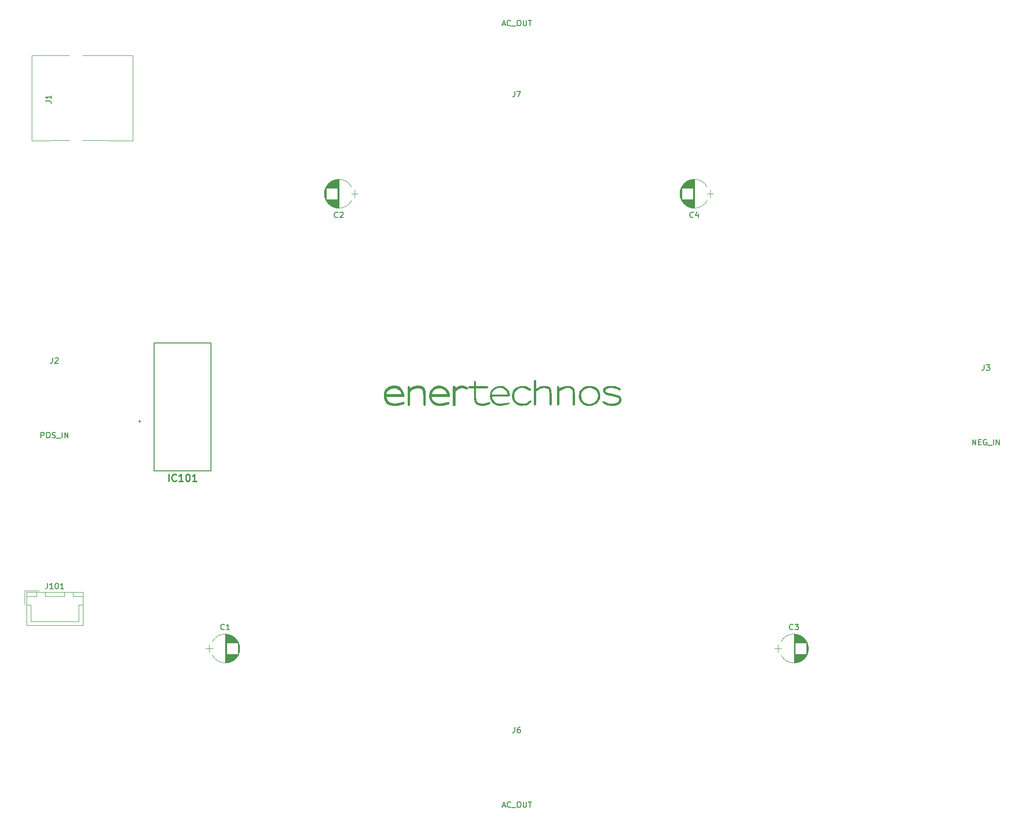
<source format=gbr>
G04 #@! TF.FileFunction,Legend,Top*
%FSLAX46Y46*%
G04 Gerber Fmt 4.6, Leading zero omitted, Abs format (unit mm)*
G04 Created by KiCad (PCBNEW 4.0.7) date 01/04/18 11:16:37*
%MOMM*%
%LPD*%
G01*
G04 APERTURE LIST*
%ADD10C,0.100000*%
%ADD11C,0.120000*%
%ADD12C,0.200000*%
%ADD13C,0.254000*%
%ADD14C,0.010000*%
%ADD15C,0.150000*%
G04 APERTURE END LIST*
D10*
D11*
X37850000Y-24770000D02*
X37850000Y-40010000D01*
X55880000Y-40010000D02*
X46890000Y-40000000D01*
X55880000Y-40010000D02*
X55880000Y-24770000D01*
X55880000Y-24770000D02*
X46880000Y-24770000D01*
X44550000Y-40000000D02*
X37850000Y-40010000D01*
X44560000Y-24770000D02*
X37850000Y-24770000D01*
X74715722Y-129630277D02*
G75*
G03X70104420Y-129630000I-2305722J-1179723D01*
G01*
X74715722Y-131989723D02*
G75*
G02X70104420Y-131990000I-2305722J1179723D01*
G01*
X74715722Y-131989723D02*
G75*
G03X74715580Y-129630000I-2305722J1179723D01*
G01*
X72410000Y-128260000D02*
X72410000Y-133360000D01*
X72450000Y-128260000D02*
X72450000Y-133360000D01*
X72490000Y-128261000D02*
X72490000Y-133359000D01*
X72530000Y-128262000D02*
X72530000Y-133358000D01*
X72570000Y-128264000D02*
X72570000Y-133356000D01*
X72610000Y-128267000D02*
X72610000Y-133353000D01*
X72650000Y-128271000D02*
X72650000Y-133349000D01*
X72690000Y-128275000D02*
X72690000Y-129830000D01*
X72690000Y-131790000D02*
X72690000Y-133345000D01*
X72730000Y-128279000D02*
X72730000Y-129830000D01*
X72730000Y-131790000D02*
X72730000Y-133341000D01*
X72770000Y-128285000D02*
X72770000Y-129830000D01*
X72770000Y-131790000D02*
X72770000Y-133335000D01*
X72810000Y-128291000D02*
X72810000Y-129830000D01*
X72810000Y-131790000D02*
X72810000Y-133329000D01*
X72850000Y-128297000D02*
X72850000Y-129830000D01*
X72850000Y-131790000D02*
X72850000Y-133323000D01*
X72890000Y-128304000D02*
X72890000Y-129830000D01*
X72890000Y-131790000D02*
X72890000Y-133316000D01*
X72930000Y-128312000D02*
X72930000Y-129830000D01*
X72930000Y-131790000D02*
X72930000Y-133308000D01*
X72970000Y-128321000D02*
X72970000Y-129830000D01*
X72970000Y-131790000D02*
X72970000Y-133299000D01*
X73010000Y-128330000D02*
X73010000Y-129830000D01*
X73010000Y-131790000D02*
X73010000Y-133290000D01*
X73050000Y-128340000D02*
X73050000Y-129830000D01*
X73050000Y-131790000D02*
X73050000Y-133280000D01*
X73090000Y-128350000D02*
X73090000Y-129830000D01*
X73090000Y-131790000D02*
X73090000Y-133270000D01*
X73131000Y-128362000D02*
X73131000Y-129830000D01*
X73131000Y-131790000D02*
X73131000Y-133258000D01*
X73171000Y-128374000D02*
X73171000Y-129830000D01*
X73171000Y-131790000D02*
X73171000Y-133246000D01*
X73211000Y-128386000D02*
X73211000Y-129830000D01*
X73211000Y-131790000D02*
X73211000Y-133234000D01*
X73251000Y-128400000D02*
X73251000Y-129830000D01*
X73251000Y-131790000D02*
X73251000Y-133220000D01*
X73291000Y-128414000D02*
X73291000Y-129830000D01*
X73291000Y-131790000D02*
X73291000Y-133206000D01*
X73331000Y-128428000D02*
X73331000Y-129830000D01*
X73331000Y-131790000D02*
X73331000Y-133192000D01*
X73371000Y-128444000D02*
X73371000Y-129830000D01*
X73371000Y-131790000D02*
X73371000Y-133176000D01*
X73411000Y-128460000D02*
X73411000Y-129830000D01*
X73411000Y-131790000D02*
X73411000Y-133160000D01*
X73451000Y-128477000D02*
X73451000Y-129830000D01*
X73451000Y-131790000D02*
X73451000Y-133143000D01*
X73491000Y-128495000D02*
X73491000Y-129830000D01*
X73491000Y-131790000D02*
X73491000Y-133125000D01*
X73531000Y-128514000D02*
X73531000Y-129830000D01*
X73531000Y-131790000D02*
X73531000Y-133106000D01*
X73571000Y-128534000D02*
X73571000Y-129830000D01*
X73571000Y-131790000D02*
X73571000Y-133086000D01*
X73611000Y-128554000D02*
X73611000Y-129830000D01*
X73611000Y-131790000D02*
X73611000Y-133066000D01*
X73651000Y-128576000D02*
X73651000Y-129830000D01*
X73651000Y-131790000D02*
X73651000Y-133044000D01*
X73691000Y-128598000D02*
X73691000Y-129830000D01*
X73691000Y-131790000D02*
X73691000Y-133022000D01*
X73731000Y-128621000D02*
X73731000Y-129830000D01*
X73731000Y-131790000D02*
X73731000Y-132999000D01*
X73771000Y-128645000D02*
X73771000Y-129830000D01*
X73771000Y-131790000D02*
X73771000Y-132975000D01*
X73811000Y-128670000D02*
X73811000Y-129830000D01*
X73811000Y-131790000D02*
X73811000Y-132950000D01*
X73851000Y-128697000D02*
X73851000Y-129830000D01*
X73851000Y-131790000D02*
X73851000Y-132923000D01*
X73891000Y-128724000D02*
X73891000Y-129830000D01*
X73891000Y-131790000D02*
X73891000Y-132896000D01*
X73931000Y-128752000D02*
X73931000Y-129830000D01*
X73931000Y-131790000D02*
X73931000Y-132868000D01*
X73971000Y-128782000D02*
X73971000Y-129830000D01*
X73971000Y-131790000D02*
X73971000Y-132838000D01*
X74011000Y-128813000D02*
X74011000Y-129830000D01*
X74011000Y-131790000D02*
X74011000Y-132807000D01*
X74051000Y-128845000D02*
X74051000Y-129830000D01*
X74051000Y-131790000D02*
X74051000Y-132775000D01*
X74091000Y-128878000D02*
X74091000Y-129830000D01*
X74091000Y-131790000D02*
X74091000Y-132742000D01*
X74131000Y-128913000D02*
X74131000Y-129830000D01*
X74131000Y-131790000D02*
X74131000Y-132707000D01*
X74171000Y-128949000D02*
X74171000Y-129830000D01*
X74171000Y-131790000D02*
X74171000Y-132671000D01*
X74211000Y-128987000D02*
X74211000Y-129830000D01*
X74211000Y-131790000D02*
X74211000Y-132633000D01*
X74251000Y-129027000D02*
X74251000Y-129830000D01*
X74251000Y-131790000D02*
X74251000Y-132593000D01*
X74291000Y-129068000D02*
X74291000Y-129830000D01*
X74291000Y-131790000D02*
X74291000Y-132552000D01*
X74331000Y-129111000D02*
X74331000Y-129830000D01*
X74331000Y-131790000D02*
X74331000Y-132509000D01*
X74371000Y-129156000D02*
X74371000Y-129830000D01*
X74371000Y-131790000D02*
X74371000Y-132464000D01*
X74411000Y-129204000D02*
X74411000Y-129830000D01*
X74411000Y-131790000D02*
X74411000Y-132416000D01*
X74451000Y-129254000D02*
X74451000Y-129830000D01*
X74451000Y-131790000D02*
X74451000Y-132366000D01*
X74491000Y-129306000D02*
X74491000Y-129830000D01*
X74491000Y-131790000D02*
X74491000Y-132314000D01*
X74531000Y-129362000D02*
X74531000Y-129830000D01*
X74531000Y-131790000D02*
X74531000Y-132258000D01*
X74571000Y-129420000D02*
X74571000Y-129830000D01*
X74571000Y-131790000D02*
X74571000Y-132200000D01*
X74611000Y-129483000D02*
X74611000Y-129830000D01*
X74611000Y-131790000D02*
X74611000Y-132137000D01*
X74651000Y-129549000D02*
X74651000Y-132071000D01*
X74691000Y-129621000D02*
X74691000Y-131999000D01*
X74731000Y-129698000D02*
X74731000Y-131922000D01*
X74771000Y-129782000D02*
X74771000Y-131838000D01*
X74811000Y-129876000D02*
X74811000Y-131744000D01*
X74851000Y-129981000D02*
X74851000Y-131639000D01*
X74891000Y-130103000D02*
X74891000Y-131517000D01*
X74931000Y-130251000D02*
X74931000Y-131369000D01*
X74971000Y-130456000D02*
X74971000Y-131164000D01*
X68960000Y-130810000D02*
X70160000Y-130810000D01*
X69560000Y-130160000D02*
X69560000Y-131460000D01*
X176275722Y-129630277D02*
G75*
G03X171664420Y-129630000I-2305722J-1179723D01*
G01*
X176275722Y-131989723D02*
G75*
G02X171664420Y-131990000I-2305722J1179723D01*
G01*
X176275722Y-131989723D02*
G75*
G03X176275580Y-129630000I-2305722J1179723D01*
G01*
X173970000Y-128260000D02*
X173970000Y-133360000D01*
X174010000Y-128260000D02*
X174010000Y-133360000D01*
X174050000Y-128261000D02*
X174050000Y-133359000D01*
X174090000Y-128262000D02*
X174090000Y-133358000D01*
X174130000Y-128264000D02*
X174130000Y-133356000D01*
X174170000Y-128267000D02*
X174170000Y-133353000D01*
X174210000Y-128271000D02*
X174210000Y-133349000D01*
X174250000Y-128275000D02*
X174250000Y-129830000D01*
X174250000Y-131790000D02*
X174250000Y-133345000D01*
X174290000Y-128279000D02*
X174290000Y-129830000D01*
X174290000Y-131790000D02*
X174290000Y-133341000D01*
X174330000Y-128285000D02*
X174330000Y-129830000D01*
X174330000Y-131790000D02*
X174330000Y-133335000D01*
X174370000Y-128291000D02*
X174370000Y-129830000D01*
X174370000Y-131790000D02*
X174370000Y-133329000D01*
X174410000Y-128297000D02*
X174410000Y-129830000D01*
X174410000Y-131790000D02*
X174410000Y-133323000D01*
X174450000Y-128304000D02*
X174450000Y-129830000D01*
X174450000Y-131790000D02*
X174450000Y-133316000D01*
X174490000Y-128312000D02*
X174490000Y-129830000D01*
X174490000Y-131790000D02*
X174490000Y-133308000D01*
X174530000Y-128321000D02*
X174530000Y-129830000D01*
X174530000Y-131790000D02*
X174530000Y-133299000D01*
X174570000Y-128330000D02*
X174570000Y-129830000D01*
X174570000Y-131790000D02*
X174570000Y-133290000D01*
X174610000Y-128340000D02*
X174610000Y-129830000D01*
X174610000Y-131790000D02*
X174610000Y-133280000D01*
X174650000Y-128350000D02*
X174650000Y-129830000D01*
X174650000Y-131790000D02*
X174650000Y-133270000D01*
X174691000Y-128362000D02*
X174691000Y-129830000D01*
X174691000Y-131790000D02*
X174691000Y-133258000D01*
X174731000Y-128374000D02*
X174731000Y-129830000D01*
X174731000Y-131790000D02*
X174731000Y-133246000D01*
X174771000Y-128386000D02*
X174771000Y-129830000D01*
X174771000Y-131790000D02*
X174771000Y-133234000D01*
X174811000Y-128400000D02*
X174811000Y-129830000D01*
X174811000Y-131790000D02*
X174811000Y-133220000D01*
X174851000Y-128414000D02*
X174851000Y-129830000D01*
X174851000Y-131790000D02*
X174851000Y-133206000D01*
X174891000Y-128428000D02*
X174891000Y-129830000D01*
X174891000Y-131790000D02*
X174891000Y-133192000D01*
X174931000Y-128444000D02*
X174931000Y-129830000D01*
X174931000Y-131790000D02*
X174931000Y-133176000D01*
X174971000Y-128460000D02*
X174971000Y-129830000D01*
X174971000Y-131790000D02*
X174971000Y-133160000D01*
X175011000Y-128477000D02*
X175011000Y-129830000D01*
X175011000Y-131790000D02*
X175011000Y-133143000D01*
X175051000Y-128495000D02*
X175051000Y-129830000D01*
X175051000Y-131790000D02*
X175051000Y-133125000D01*
X175091000Y-128514000D02*
X175091000Y-129830000D01*
X175091000Y-131790000D02*
X175091000Y-133106000D01*
X175131000Y-128534000D02*
X175131000Y-129830000D01*
X175131000Y-131790000D02*
X175131000Y-133086000D01*
X175171000Y-128554000D02*
X175171000Y-129830000D01*
X175171000Y-131790000D02*
X175171000Y-133066000D01*
X175211000Y-128576000D02*
X175211000Y-129830000D01*
X175211000Y-131790000D02*
X175211000Y-133044000D01*
X175251000Y-128598000D02*
X175251000Y-129830000D01*
X175251000Y-131790000D02*
X175251000Y-133022000D01*
X175291000Y-128621000D02*
X175291000Y-129830000D01*
X175291000Y-131790000D02*
X175291000Y-132999000D01*
X175331000Y-128645000D02*
X175331000Y-129830000D01*
X175331000Y-131790000D02*
X175331000Y-132975000D01*
X175371000Y-128670000D02*
X175371000Y-129830000D01*
X175371000Y-131790000D02*
X175371000Y-132950000D01*
X175411000Y-128697000D02*
X175411000Y-129830000D01*
X175411000Y-131790000D02*
X175411000Y-132923000D01*
X175451000Y-128724000D02*
X175451000Y-129830000D01*
X175451000Y-131790000D02*
X175451000Y-132896000D01*
X175491000Y-128752000D02*
X175491000Y-129830000D01*
X175491000Y-131790000D02*
X175491000Y-132868000D01*
X175531000Y-128782000D02*
X175531000Y-129830000D01*
X175531000Y-131790000D02*
X175531000Y-132838000D01*
X175571000Y-128813000D02*
X175571000Y-129830000D01*
X175571000Y-131790000D02*
X175571000Y-132807000D01*
X175611000Y-128845000D02*
X175611000Y-129830000D01*
X175611000Y-131790000D02*
X175611000Y-132775000D01*
X175651000Y-128878000D02*
X175651000Y-129830000D01*
X175651000Y-131790000D02*
X175651000Y-132742000D01*
X175691000Y-128913000D02*
X175691000Y-129830000D01*
X175691000Y-131790000D02*
X175691000Y-132707000D01*
X175731000Y-128949000D02*
X175731000Y-129830000D01*
X175731000Y-131790000D02*
X175731000Y-132671000D01*
X175771000Y-128987000D02*
X175771000Y-129830000D01*
X175771000Y-131790000D02*
X175771000Y-132633000D01*
X175811000Y-129027000D02*
X175811000Y-129830000D01*
X175811000Y-131790000D02*
X175811000Y-132593000D01*
X175851000Y-129068000D02*
X175851000Y-129830000D01*
X175851000Y-131790000D02*
X175851000Y-132552000D01*
X175891000Y-129111000D02*
X175891000Y-129830000D01*
X175891000Y-131790000D02*
X175891000Y-132509000D01*
X175931000Y-129156000D02*
X175931000Y-129830000D01*
X175931000Y-131790000D02*
X175931000Y-132464000D01*
X175971000Y-129204000D02*
X175971000Y-129830000D01*
X175971000Y-131790000D02*
X175971000Y-132416000D01*
X176011000Y-129254000D02*
X176011000Y-129830000D01*
X176011000Y-131790000D02*
X176011000Y-132366000D01*
X176051000Y-129306000D02*
X176051000Y-129830000D01*
X176051000Y-131790000D02*
X176051000Y-132314000D01*
X176091000Y-129362000D02*
X176091000Y-129830000D01*
X176091000Y-131790000D02*
X176091000Y-132258000D01*
X176131000Y-129420000D02*
X176131000Y-129830000D01*
X176131000Y-131790000D02*
X176131000Y-132200000D01*
X176171000Y-129483000D02*
X176171000Y-129830000D01*
X176171000Y-131790000D02*
X176171000Y-132137000D01*
X176211000Y-129549000D02*
X176211000Y-132071000D01*
X176251000Y-129621000D02*
X176251000Y-131999000D01*
X176291000Y-129698000D02*
X176291000Y-131922000D01*
X176331000Y-129782000D02*
X176331000Y-131838000D01*
X176371000Y-129876000D02*
X176371000Y-131744000D01*
X176411000Y-129981000D02*
X176411000Y-131639000D01*
X176451000Y-130103000D02*
X176451000Y-131517000D01*
X176491000Y-130251000D02*
X176491000Y-131369000D01*
X176531000Y-130456000D02*
X176531000Y-131164000D01*
X170520000Y-130810000D02*
X171720000Y-130810000D01*
X171120000Y-130160000D02*
X171120000Y-131460000D01*
X90384278Y-50709723D02*
G75*
G03X94995580Y-50710000I2305722J1179723D01*
G01*
X90384278Y-48350277D02*
G75*
G02X94995580Y-48350000I2305722J-1179723D01*
G01*
X90384278Y-48350277D02*
G75*
G03X90384420Y-50710000I2305722J-1179723D01*
G01*
X92690000Y-52080000D02*
X92690000Y-46980000D01*
X92650000Y-52080000D02*
X92650000Y-46980000D01*
X92610000Y-52079000D02*
X92610000Y-46981000D01*
X92570000Y-52078000D02*
X92570000Y-46982000D01*
X92530000Y-52076000D02*
X92530000Y-46984000D01*
X92490000Y-52073000D02*
X92490000Y-46987000D01*
X92450000Y-52069000D02*
X92450000Y-46991000D01*
X92410000Y-52065000D02*
X92410000Y-50510000D01*
X92410000Y-48550000D02*
X92410000Y-46995000D01*
X92370000Y-52061000D02*
X92370000Y-50510000D01*
X92370000Y-48550000D02*
X92370000Y-46999000D01*
X92330000Y-52055000D02*
X92330000Y-50510000D01*
X92330000Y-48550000D02*
X92330000Y-47005000D01*
X92290000Y-52049000D02*
X92290000Y-50510000D01*
X92290000Y-48550000D02*
X92290000Y-47011000D01*
X92250000Y-52043000D02*
X92250000Y-50510000D01*
X92250000Y-48550000D02*
X92250000Y-47017000D01*
X92210000Y-52036000D02*
X92210000Y-50510000D01*
X92210000Y-48550000D02*
X92210000Y-47024000D01*
X92170000Y-52028000D02*
X92170000Y-50510000D01*
X92170000Y-48550000D02*
X92170000Y-47032000D01*
X92130000Y-52019000D02*
X92130000Y-50510000D01*
X92130000Y-48550000D02*
X92130000Y-47041000D01*
X92090000Y-52010000D02*
X92090000Y-50510000D01*
X92090000Y-48550000D02*
X92090000Y-47050000D01*
X92050000Y-52000000D02*
X92050000Y-50510000D01*
X92050000Y-48550000D02*
X92050000Y-47060000D01*
X92010000Y-51990000D02*
X92010000Y-50510000D01*
X92010000Y-48550000D02*
X92010000Y-47070000D01*
X91969000Y-51978000D02*
X91969000Y-50510000D01*
X91969000Y-48550000D02*
X91969000Y-47082000D01*
X91929000Y-51966000D02*
X91929000Y-50510000D01*
X91929000Y-48550000D02*
X91929000Y-47094000D01*
X91889000Y-51954000D02*
X91889000Y-50510000D01*
X91889000Y-48550000D02*
X91889000Y-47106000D01*
X91849000Y-51940000D02*
X91849000Y-50510000D01*
X91849000Y-48550000D02*
X91849000Y-47120000D01*
X91809000Y-51926000D02*
X91809000Y-50510000D01*
X91809000Y-48550000D02*
X91809000Y-47134000D01*
X91769000Y-51912000D02*
X91769000Y-50510000D01*
X91769000Y-48550000D02*
X91769000Y-47148000D01*
X91729000Y-51896000D02*
X91729000Y-50510000D01*
X91729000Y-48550000D02*
X91729000Y-47164000D01*
X91689000Y-51880000D02*
X91689000Y-50510000D01*
X91689000Y-48550000D02*
X91689000Y-47180000D01*
X91649000Y-51863000D02*
X91649000Y-50510000D01*
X91649000Y-48550000D02*
X91649000Y-47197000D01*
X91609000Y-51845000D02*
X91609000Y-50510000D01*
X91609000Y-48550000D02*
X91609000Y-47215000D01*
X91569000Y-51826000D02*
X91569000Y-50510000D01*
X91569000Y-48550000D02*
X91569000Y-47234000D01*
X91529000Y-51806000D02*
X91529000Y-50510000D01*
X91529000Y-48550000D02*
X91529000Y-47254000D01*
X91489000Y-51786000D02*
X91489000Y-50510000D01*
X91489000Y-48550000D02*
X91489000Y-47274000D01*
X91449000Y-51764000D02*
X91449000Y-50510000D01*
X91449000Y-48550000D02*
X91449000Y-47296000D01*
X91409000Y-51742000D02*
X91409000Y-50510000D01*
X91409000Y-48550000D02*
X91409000Y-47318000D01*
X91369000Y-51719000D02*
X91369000Y-50510000D01*
X91369000Y-48550000D02*
X91369000Y-47341000D01*
X91329000Y-51695000D02*
X91329000Y-50510000D01*
X91329000Y-48550000D02*
X91329000Y-47365000D01*
X91289000Y-51670000D02*
X91289000Y-50510000D01*
X91289000Y-48550000D02*
X91289000Y-47390000D01*
X91249000Y-51643000D02*
X91249000Y-50510000D01*
X91249000Y-48550000D02*
X91249000Y-47417000D01*
X91209000Y-51616000D02*
X91209000Y-50510000D01*
X91209000Y-48550000D02*
X91209000Y-47444000D01*
X91169000Y-51588000D02*
X91169000Y-50510000D01*
X91169000Y-48550000D02*
X91169000Y-47472000D01*
X91129000Y-51558000D02*
X91129000Y-50510000D01*
X91129000Y-48550000D02*
X91129000Y-47502000D01*
X91089000Y-51527000D02*
X91089000Y-50510000D01*
X91089000Y-48550000D02*
X91089000Y-47533000D01*
X91049000Y-51495000D02*
X91049000Y-50510000D01*
X91049000Y-48550000D02*
X91049000Y-47565000D01*
X91009000Y-51462000D02*
X91009000Y-50510000D01*
X91009000Y-48550000D02*
X91009000Y-47598000D01*
X90969000Y-51427000D02*
X90969000Y-50510000D01*
X90969000Y-48550000D02*
X90969000Y-47633000D01*
X90929000Y-51391000D02*
X90929000Y-50510000D01*
X90929000Y-48550000D02*
X90929000Y-47669000D01*
X90889000Y-51353000D02*
X90889000Y-50510000D01*
X90889000Y-48550000D02*
X90889000Y-47707000D01*
X90849000Y-51313000D02*
X90849000Y-50510000D01*
X90849000Y-48550000D02*
X90849000Y-47747000D01*
X90809000Y-51272000D02*
X90809000Y-50510000D01*
X90809000Y-48550000D02*
X90809000Y-47788000D01*
X90769000Y-51229000D02*
X90769000Y-50510000D01*
X90769000Y-48550000D02*
X90769000Y-47831000D01*
X90729000Y-51184000D02*
X90729000Y-50510000D01*
X90729000Y-48550000D02*
X90729000Y-47876000D01*
X90689000Y-51136000D02*
X90689000Y-50510000D01*
X90689000Y-48550000D02*
X90689000Y-47924000D01*
X90649000Y-51086000D02*
X90649000Y-50510000D01*
X90649000Y-48550000D02*
X90649000Y-47974000D01*
X90609000Y-51034000D02*
X90609000Y-50510000D01*
X90609000Y-48550000D02*
X90609000Y-48026000D01*
X90569000Y-50978000D02*
X90569000Y-50510000D01*
X90569000Y-48550000D02*
X90569000Y-48082000D01*
X90529000Y-50920000D02*
X90529000Y-50510000D01*
X90529000Y-48550000D02*
X90529000Y-48140000D01*
X90489000Y-50857000D02*
X90489000Y-50510000D01*
X90489000Y-48550000D02*
X90489000Y-48203000D01*
X90449000Y-50791000D02*
X90449000Y-48269000D01*
X90409000Y-50719000D02*
X90409000Y-48341000D01*
X90369000Y-50642000D02*
X90369000Y-48418000D01*
X90329000Y-50558000D02*
X90329000Y-48502000D01*
X90289000Y-50464000D02*
X90289000Y-48596000D01*
X90249000Y-50359000D02*
X90249000Y-48701000D01*
X90209000Y-50237000D02*
X90209000Y-48823000D01*
X90169000Y-50089000D02*
X90169000Y-48971000D01*
X90129000Y-49884000D02*
X90129000Y-49176000D01*
X96140000Y-49530000D02*
X94940000Y-49530000D01*
X95540000Y-50180000D02*
X95540000Y-48880000D01*
X153884278Y-50709723D02*
G75*
G03X158495580Y-50710000I2305722J1179723D01*
G01*
X153884278Y-48350277D02*
G75*
G02X158495580Y-48350000I2305722J-1179723D01*
G01*
X153884278Y-48350277D02*
G75*
G03X153884420Y-50710000I2305722J-1179723D01*
G01*
X156190000Y-52080000D02*
X156190000Y-46980000D01*
X156150000Y-52080000D02*
X156150000Y-46980000D01*
X156110000Y-52079000D02*
X156110000Y-46981000D01*
X156070000Y-52078000D02*
X156070000Y-46982000D01*
X156030000Y-52076000D02*
X156030000Y-46984000D01*
X155990000Y-52073000D02*
X155990000Y-46987000D01*
X155950000Y-52069000D02*
X155950000Y-46991000D01*
X155910000Y-52065000D02*
X155910000Y-50510000D01*
X155910000Y-48550000D02*
X155910000Y-46995000D01*
X155870000Y-52061000D02*
X155870000Y-50510000D01*
X155870000Y-48550000D02*
X155870000Y-46999000D01*
X155830000Y-52055000D02*
X155830000Y-50510000D01*
X155830000Y-48550000D02*
X155830000Y-47005000D01*
X155790000Y-52049000D02*
X155790000Y-50510000D01*
X155790000Y-48550000D02*
X155790000Y-47011000D01*
X155750000Y-52043000D02*
X155750000Y-50510000D01*
X155750000Y-48550000D02*
X155750000Y-47017000D01*
X155710000Y-52036000D02*
X155710000Y-50510000D01*
X155710000Y-48550000D02*
X155710000Y-47024000D01*
X155670000Y-52028000D02*
X155670000Y-50510000D01*
X155670000Y-48550000D02*
X155670000Y-47032000D01*
X155630000Y-52019000D02*
X155630000Y-50510000D01*
X155630000Y-48550000D02*
X155630000Y-47041000D01*
X155590000Y-52010000D02*
X155590000Y-50510000D01*
X155590000Y-48550000D02*
X155590000Y-47050000D01*
X155550000Y-52000000D02*
X155550000Y-50510000D01*
X155550000Y-48550000D02*
X155550000Y-47060000D01*
X155510000Y-51990000D02*
X155510000Y-50510000D01*
X155510000Y-48550000D02*
X155510000Y-47070000D01*
X155469000Y-51978000D02*
X155469000Y-50510000D01*
X155469000Y-48550000D02*
X155469000Y-47082000D01*
X155429000Y-51966000D02*
X155429000Y-50510000D01*
X155429000Y-48550000D02*
X155429000Y-47094000D01*
X155389000Y-51954000D02*
X155389000Y-50510000D01*
X155389000Y-48550000D02*
X155389000Y-47106000D01*
X155349000Y-51940000D02*
X155349000Y-50510000D01*
X155349000Y-48550000D02*
X155349000Y-47120000D01*
X155309000Y-51926000D02*
X155309000Y-50510000D01*
X155309000Y-48550000D02*
X155309000Y-47134000D01*
X155269000Y-51912000D02*
X155269000Y-50510000D01*
X155269000Y-48550000D02*
X155269000Y-47148000D01*
X155229000Y-51896000D02*
X155229000Y-50510000D01*
X155229000Y-48550000D02*
X155229000Y-47164000D01*
X155189000Y-51880000D02*
X155189000Y-50510000D01*
X155189000Y-48550000D02*
X155189000Y-47180000D01*
X155149000Y-51863000D02*
X155149000Y-50510000D01*
X155149000Y-48550000D02*
X155149000Y-47197000D01*
X155109000Y-51845000D02*
X155109000Y-50510000D01*
X155109000Y-48550000D02*
X155109000Y-47215000D01*
X155069000Y-51826000D02*
X155069000Y-50510000D01*
X155069000Y-48550000D02*
X155069000Y-47234000D01*
X155029000Y-51806000D02*
X155029000Y-50510000D01*
X155029000Y-48550000D02*
X155029000Y-47254000D01*
X154989000Y-51786000D02*
X154989000Y-50510000D01*
X154989000Y-48550000D02*
X154989000Y-47274000D01*
X154949000Y-51764000D02*
X154949000Y-50510000D01*
X154949000Y-48550000D02*
X154949000Y-47296000D01*
X154909000Y-51742000D02*
X154909000Y-50510000D01*
X154909000Y-48550000D02*
X154909000Y-47318000D01*
X154869000Y-51719000D02*
X154869000Y-50510000D01*
X154869000Y-48550000D02*
X154869000Y-47341000D01*
X154829000Y-51695000D02*
X154829000Y-50510000D01*
X154829000Y-48550000D02*
X154829000Y-47365000D01*
X154789000Y-51670000D02*
X154789000Y-50510000D01*
X154789000Y-48550000D02*
X154789000Y-47390000D01*
X154749000Y-51643000D02*
X154749000Y-50510000D01*
X154749000Y-48550000D02*
X154749000Y-47417000D01*
X154709000Y-51616000D02*
X154709000Y-50510000D01*
X154709000Y-48550000D02*
X154709000Y-47444000D01*
X154669000Y-51588000D02*
X154669000Y-50510000D01*
X154669000Y-48550000D02*
X154669000Y-47472000D01*
X154629000Y-51558000D02*
X154629000Y-50510000D01*
X154629000Y-48550000D02*
X154629000Y-47502000D01*
X154589000Y-51527000D02*
X154589000Y-50510000D01*
X154589000Y-48550000D02*
X154589000Y-47533000D01*
X154549000Y-51495000D02*
X154549000Y-50510000D01*
X154549000Y-48550000D02*
X154549000Y-47565000D01*
X154509000Y-51462000D02*
X154509000Y-50510000D01*
X154509000Y-48550000D02*
X154509000Y-47598000D01*
X154469000Y-51427000D02*
X154469000Y-50510000D01*
X154469000Y-48550000D02*
X154469000Y-47633000D01*
X154429000Y-51391000D02*
X154429000Y-50510000D01*
X154429000Y-48550000D02*
X154429000Y-47669000D01*
X154389000Y-51353000D02*
X154389000Y-50510000D01*
X154389000Y-48550000D02*
X154389000Y-47707000D01*
X154349000Y-51313000D02*
X154349000Y-50510000D01*
X154349000Y-48550000D02*
X154349000Y-47747000D01*
X154309000Y-51272000D02*
X154309000Y-50510000D01*
X154309000Y-48550000D02*
X154309000Y-47788000D01*
X154269000Y-51229000D02*
X154269000Y-50510000D01*
X154269000Y-48550000D02*
X154269000Y-47831000D01*
X154229000Y-51184000D02*
X154229000Y-50510000D01*
X154229000Y-48550000D02*
X154229000Y-47876000D01*
X154189000Y-51136000D02*
X154189000Y-50510000D01*
X154189000Y-48550000D02*
X154189000Y-47924000D01*
X154149000Y-51086000D02*
X154149000Y-50510000D01*
X154149000Y-48550000D02*
X154149000Y-47974000D01*
X154109000Y-51034000D02*
X154109000Y-50510000D01*
X154109000Y-48550000D02*
X154109000Y-48026000D01*
X154069000Y-50978000D02*
X154069000Y-50510000D01*
X154069000Y-48550000D02*
X154069000Y-48082000D01*
X154029000Y-50920000D02*
X154029000Y-50510000D01*
X154029000Y-48550000D02*
X154029000Y-48140000D01*
X153989000Y-50857000D02*
X153989000Y-50510000D01*
X153989000Y-48550000D02*
X153989000Y-48203000D01*
X153949000Y-50791000D02*
X153949000Y-48269000D01*
X153909000Y-50719000D02*
X153909000Y-48341000D01*
X153869000Y-50642000D02*
X153869000Y-48418000D01*
X153829000Y-50558000D02*
X153829000Y-48502000D01*
X153789000Y-50464000D02*
X153789000Y-48596000D01*
X153749000Y-50359000D02*
X153749000Y-48701000D01*
X153709000Y-50237000D02*
X153709000Y-48823000D01*
X153669000Y-50089000D02*
X153669000Y-48971000D01*
X153629000Y-49884000D02*
X153629000Y-49176000D01*
X159640000Y-49530000D02*
X158440000Y-49530000D01*
X159040000Y-50180000D02*
X159040000Y-48880000D01*
D12*
X59690000Y-99060000D02*
X69850000Y-99060000D01*
X69850000Y-99060000D02*
X69850000Y-76200000D01*
X69850000Y-76200000D02*
X59690000Y-76200000D01*
X59690000Y-76200000D02*
X59690000Y-99060000D01*
D13*
X57252000Y-90170000D02*
G75*
G03X57252000Y-90170000I-102000J0D01*
G01*
D11*
X36900000Y-120740000D02*
X36900000Y-126690000D01*
X36900000Y-126690000D02*
X47000000Y-126690000D01*
X47000000Y-126690000D02*
X47000000Y-120740000D01*
X47000000Y-120740000D02*
X36900000Y-120740000D01*
X40200000Y-120740000D02*
X40200000Y-121490000D01*
X40200000Y-121490000D02*
X43700000Y-121490000D01*
X43700000Y-121490000D02*
X43700000Y-120740000D01*
X43700000Y-120740000D02*
X40200000Y-120740000D01*
X36900000Y-120740000D02*
X36900000Y-121490000D01*
X36900000Y-121490000D02*
X38700000Y-121490000D01*
X38700000Y-121490000D02*
X38700000Y-120740000D01*
X38700000Y-120740000D02*
X36900000Y-120740000D01*
X45200000Y-120740000D02*
X45200000Y-121490000D01*
X45200000Y-121490000D02*
X47000000Y-121490000D01*
X47000000Y-121490000D02*
X47000000Y-120740000D01*
X47000000Y-120740000D02*
X45200000Y-120740000D01*
X36900000Y-122990000D02*
X37650000Y-122990000D01*
X37650000Y-122990000D02*
X37650000Y-125940000D01*
X37650000Y-125940000D02*
X41950000Y-125940000D01*
X47000000Y-122990000D02*
X46250000Y-122990000D01*
X46250000Y-122990000D02*
X46250000Y-125940000D01*
X46250000Y-125940000D02*
X41950000Y-125940000D01*
X39100000Y-120440000D02*
X36600000Y-120440000D01*
X36600000Y-120440000D02*
X36600000Y-122940000D01*
D14*
G36*
X103218496Y-83940459D02*
X103548657Y-84107159D01*
X103843973Y-84381657D01*
X104092311Y-84755889D01*
X104258384Y-85165536D01*
X104308506Y-85492166D01*
X104309334Y-85767333D01*
X101103821Y-85767333D01*
X101179646Y-86031721D01*
X101375048Y-86459882D01*
X101681405Y-86765370D01*
X102100202Y-86948534D01*
X102632923Y-87009723D01*
X103281052Y-86949286D01*
X104046075Y-86767572D01*
X104161167Y-86732913D01*
X104274758Y-86738029D01*
X104309169Y-86873207D01*
X104309334Y-86890764D01*
X104292045Y-87002010D01*
X104216659Y-87081610D01*
X104047893Y-87150382D01*
X103750464Y-87229147D01*
X103725719Y-87235137D01*
X103085707Y-87348061D01*
X102487828Y-87374065D01*
X101968625Y-87313856D01*
X101614247Y-87194328D01*
X101217481Y-86918249D01*
X100947632Y-86540728D01*
X100798555Y-86051377D01*
X100767483Y-85763254D01*
X100770957Y-85344000D01*
X101096191Y-85344000D01*
X103862518Y-85344000D01*
X103820992Y-85126768D01*
X103700214Y-84858760D01*
X103467764Y-84590322D01*
X103174132Y-84369784D01*
X102910264Y-84255037D01*
X102448303Y-84211550D01*
X102001636Y-84312401D01*
X101607997Y-84538869D01*
X101305124Y-84872235D01*
X101184402Y-85111166D01*
X101096191Y-85344000D01*
X100770957Y-85344000D01*
X100771722Y-85251746D01*
X100859561Y-84852828D01*
X101045069Y-84524689D01*
X101261258Y-84295807D01*
X101692748Y-84012053D01*
X102191637Y-83855865D01*
X102714646Y-83830810D01*
X103218496Y-83940459D01*
X103218496Y-83940459D01*
G37*
X103218496Y-83940459D02*
X103548657Y-84107159D01*
X103843973Y-84381657D01*
X104092311Y-84755889D01*
X104258384Y-85165536D01*
X104308506Y-85492166D01*
X104309334Y-85767333D01*
X101103821Y-85767333D01*
X101179646Y-86031721D01*
X101375048Y-86459882D01*
X101681405Y-86765370D01*
X102100202Y-86948534D01*
X102632923Y-87009723D01*
X103281052Y-86949286D01*
X104046075Y-86767572D01*
X104161167Y-86732913D01*
X104274758Y-86738029D01*
X104309169Y-86873207D01*
X104309334Y-86890764D01*
X104292045Y-87002010D01*
X104216659Y-87081610D01*
X104047893Y-87150382D01*
X103750464Y-87229147D01*
X103725719Y-87235137D01*
X103085707Y-87348061D01*
X102487828Y-87374065D01*
X101968625Y-87313856D01*
X101614247Y-87194328D01*
X101217481Y-86918249D01*
X100947632Y-86540728D01*
X100798555Y-86051377D01*
X100767483Y-85763254D01*
X100770957Y-85344000D01*
X101096191Y-85344000D01*
X103862518Y-85344000D01*
X103820992Y-85126768D01*
X103700214Y-84858760D01*
X103467764Y-84590322D01*
X103174132Y-84369784D01*
X102910264Y-84255037D01*
X102448303Y-84211550D01*
X102001636Y-84312401D01*
X101607997Y-84538869D01*
X101305124Y-84872235D01*
X101184402Y-85111166D01*
X101096191Y-85344000D01*
X100770957Y-85344000D01*
X100771722Y-85251746D01*
X100859561Y-84852828D01*
X101045069Y-84524689D01*
X101261258Y-84295807D01*
X101692748Y-84012053D01*
X102191637Y-83855865D01*
X102714646Y-83830810D01*
X103218496Y-83940459D01*
G36*
X107526662Y-83932690D02*
X107537820Y-83937878D01*
X107735005Y-84045723D01*
X107882236Y-84172813D01*
X107986664Y-84344146D01*
X108055439Y-84584715D01*
X108095708Y-84919517D01*
X108114624Y-85373548D01*
X108119334Y-85970896D01*
X108118407Y-86488147D01*
X108113705Y-86859998D01*
X108102344Y-87110380D01*
X108081440Y-87263225D01*
X108048108Y-87342464D01*
X107999464Y-87372028D01*
X107950000Y-87376000D01*
X107882477Y-87367064D01*
X107835750Y-87322756D01*
X107805991Y-87216822D01*
X107789370Y-87023008D01*
X107782058Y-86715062D01*
X107780225Y-86266730D01*
X107780195Y-86211833D01*
X107772595Y-85606127D01*
X107747203Y-85146508D01*
X107699296Y-84810236D01*
X107624152Y-84574568D01*
X107517046Y-84416765D01*
X107387603Y-84321543D01*
X107058813Y-84228330D01*
X106647584Y-84236113D01*
X106204879Y-84341595D01*
X106033129Y-84409195D01*
X105772549Y-84527048D01*
X105585329Y-84633574D01*
X105459346Y-84758060D01*
X105382476Y-84929793D01*
X105342598Y-85178058D01*
X105327588Y-85532144D01*
X105325323Y-86021337D01*
X105325334Y-86119122D01*
X105324203Y-86604310D01*
X105318541Y-86945452D01*
X105304940Y-87167831D01*
X105279995Y-87296731D01*
X105240298Y-87357436D01*
X105182445Y-87375230D01*
X105156000Y-87376000D01*
X105099096Y-87369462D01*
X105056608Y-87335481D01*
X105026436Y-87252502D01*
X105006475Y-87098971D01*
X104994623Y-86853333D01*
X104988777Y-86494035D01*
X104986834Y-85999523D01*
X104986667Y-85640333D01*
X104987305Y-85057061D01*
X104990620Y-84621567D01*
X104998715Y-84312297D01*
X105013694Y-84107698D01*
X105037659Y-83986214D01*
X105072712Y-83926292D01*
X105120957Y-83906378D01*
X105156000Y-83904666D01*
X105288465Y-83953900D01*
X105325334Y-84117759D01*
X105325334Y-84330852D01*
X105768184Y-84106443D01*
X106223602Y-83931467D01*
X106704031Y-83840798D01*
X107156155Y-83839512D01*
X107526662Y-83932690D01*
X107526662Y-83932690D01*
G37*
X107526662Y-83932690D02*
X107537820Y-83937878D01*
X107735005Y-84045723D01*
X107882236Y-84172813D01*
X107986664Y-84344146D01*
X108055439Y-84584715D01*
X108095708Y-84919517D01*
X108114624Y-85373548D01*
X108119334Y-85970896D01*
X108118407Y-86488147D01*
X108113705Y-86859998D01*
X108102344Y-87110380D01*
X108081440Y-87263225D01*
X108048108Y-87342464D01*
X107999464Y-87372028D01*
X107950000Y-87376000D01*
X107882477Y-87367064D01*
X107835750Y-87322756D01*
X107805991Y-87216822D01*
X107789370Y-87023008D01*
X107782058Y-86715062D01*
X107780225Y-86266730D01*
X107780195Y-86211833D01*
X107772595Y-85606127D01*
X107747203Y-85146508D01*
X107699296Y-84810236D01*
X107624152Y-84574568D01*
X107517046Y-84416765D01*
X107387603Y-84321543D01*
X107058813Y-84228330D01*
X106647584Y-84236113D01*
X106204879Y-84341595D01*
X106033129Y-84409195D01*
X105772549Y-84527048D01*
X105585329Y-84633574D01*
X105459346Y-84758060D01*
X105382476Y-84929793D01*
X105342598Y-85178058D01*
X105327588Y-85532144D01*
X105325323Y-86021337D01*
X105325334Y-86119122D01*
X105324203Y-86604310D01*
X105318541Y-86945452D01*
X105304940Y-87167831D01*
X105279995Y-87296731D01*
X105240298Y-87357436D01*
X105182445Y-87375230D01*
X105156000Y-87376000D01*
X105099096Y-87369462D01*
X105056608Y-87335481D01*
X105026436Y-87252502D01*
X105006475Y-87098971D01*
X104994623Y-86853333D01*
X104988777Y-86494035D01*
X104986834Y-85999523D01*
X104986667Y-85640333D01*
X104987305Y-85057061D01*
X104990620Y-84621567D01*
X104998715Y-84312297D01*
X105013694Y-84107698D01*
X105037659Y-83986214D01*
X105072712Y-83926292D01*
X105120957Y-83906378D01*
X105156000Y-83904666D01*
X105288465Y-83953900D01*
X105325334Y-84117759D01*
X105325334Y-84330852D01*
X105768184Y-84106443D01*
X106223602Y-83931467D01*
X106704031Y-83840798D01*
X107156155Y-83839512D01*
X107526662Y-83932690D01*
G36*
X110782572Y-83840690D02*
X111331373Y-83959663D01*
X111782989Y-84213422D01*
X112124855Y-84590078D01*
X112344401Y-85077742D01*
X112406903Y-85377396D01*
X112460350Y-85767333D01*
X109201643Y-85767333D01*
X109258784Y-85995002D01*
X109442071Y-86415220D01*
X109747581Y-86725756D01*
X110165599Y-86923067D01*
X110686406Y-87003609D01*
X111300286Y-86963839D01*
X111696500Y-86883917D01*
X112000808Y-86816391D01*
X112230143Y-86779949D01*
X112345872Y-86780237D01*
X112352667Y-86788052D01*
X112380088Y-86920039D01*
X112398422Y-86973386D01*
X112355182Y-87065729D01*
X112175542Y-87152704D01*
X111892429Y-87230185D01*
X111538772Y-87294042D01*
X111147499Y-87340148D01*
X110751537Y-87364373D01*
X110383816Y-87362591D01*
X110077263Y-87330672D01*
X109909624Y-87285411D01*
X109467131Y-87022319D01*
X109128529Y-86645027D01*
X108908605Y-86183329D01*
X108822145Y-85667019D01*
X108858110Y-85298293D01*
X109220000Y-85298293D01*
X109300007Y-85313527D01*
X109521393Y-85326608D01*
X109856212Y-85336620D01*
X110276514Y-85342645D01*
X110612596Y-85344000D01*
X112005192Y-85344000D01*
X111915700Y-85087283D01*
X111697035Y-84688796D01*
X111374776Y-84408393D01*
X110973715Y-84253745D01*
X110518643Y-84232525D01*
X110034354Y-84352404D01*
X109834664Y-84443312D01*
X109658592Y-84583648D01*
X109470473Y-84804017D01*
X109312207Y-85046136D01*
X109225698Y-85251720D01*
X109220000Y-85298293D01*
X108858110Y-85298293D01*
X108868836Y-85188333D01*
X109056295Y-84688917D01*
X109373680Y-84296416D01*
X109794408Y-84018028D01*
X110082412Y-83891525D01*
X110330153Y-83833884D01*
X110622727Y-83829833D01*
X110782572Y-83840690D01*
X110782572Y-83840690D01*
G37*
X110782572Y-83840690D02*
X111331373Y-83959663D01*
X111782989Y-84213422D01*
X112124855Y-84590078D01*
X112344401Y-85077742D01*
X112406903Y-85377396D01*
X112460350Y-85767333D01*
X109201643Y-85767333D01*
X109258784Y-85995002D01*
X109442071Y-86415220D01*
X109747581Y-86725756D01*
X110165599Y-86923067D01*
X110686406Y-87003609D01*
X111300286Y-86963839D01*
X111696500Y-86883917D01*
X112000808Y-86816391D01*
X112230143Y-86779949D01*
X112345872Y-86780237D01*
X112352667Y-86788052D01*
X112380088Y-86920039D01*
X112398422Y-86973386D01*
X112355182Y-87065729D01*
X112175542Y-87152704D01*
X111892429Y-87230185D01*
X111538772Y-87294042D01*
X111147499Y-87340148D01*
X110751537Y-87364373D01*
X110383816Y-87362591D01*
X110077263Y-87330672D01*
X109909624Y-87285411D01*
X109467131Y-87022319D01*
X109128529Y-86645027D01*
X108908605Y-86183329D01*
X108822145Y-85667019D01*
X108858110Y-85298293D01*
X109220000Y-85298293D01*
X109300007Y-85313527D01*
X109521393Y-85326608D01*
X109856212Y-85336620D01*
X110276514Y-85342645D01*
X110612596Y-85344000D01*
X112005192Y-85344000D01*
X111915700Y-85087283D01*
X111697035Y-84688796D01*
X111374776Y-84408393D01*
X110973715Y-84253745D01*
X110518643Y-84232525D01*
X110034354Y-84352404D01*
X109834664Y-84443312D01*
X109658592Y-84583648D01*
X109470473Y-84804017D01*
X109312207Y-85046136D01*
X109225698Y-85251720D01*
X109220000Y-85298293D01*
X108858110Y-85298293D01*
X108868836Y-85188333D01*
X109056295Y-84688917D01*
X109373680Y-84296416D01*
X109794408Y-84018028D01*
X110082412Y-83891525D01*
X110330153Y-83833884D01*
X110622727Y-83829833D01*
X110782572Y-83840690D01*
G36*
X115366206Y-83956412D02*
X115368071Y-83957295D01*
X115616895Y-84096752D01*
X115714908Y-84217098D01*
X115675803Y-84339362D01*
X115641596Y-84377356D01*
X115545283Y-84439760D01*
X115415841Y-84427691D01*
X115199936Y-84334810D01*
X115173220Y-84321667D01*
X114923629Y-84216075D01*
X114718573Y-84193296D01*
X114461231Y-84242908D01*
X114455476Y-84244413D01*
X114135289Y-84358926D01*
X113819169Y-84517152D01*
X113770834Y-84547179D01*
X113453334Y-84753735D01*
X113453334Y-87376000D01*
X113030000Y-87376000D01*
X113030000Y-83904666D01*
X113241667Y-83904666D01*
X113408401Y-83945068D01*
X113453334Y-84070104D01*
X113462689Y-84158422D01*
X113515013Y-84183496D01*
X113646697Y-84141929D01*
X113894129Y-84030323D01*
X113897834Y-84028598D01*
X114416845Y-83859318D01*
X114916893Y-83834742D01*
X115366206Y-83956412D01*
X115366206Y-83956412D01*
G37*
X115366206Y-83956412D02*
X115368071Y-83957295D01*
X115616895Y-84096752D01*
X115714908Y-84217098D01*
X115675803Y-84339362D01*
X115641596Y-84377356D01*
X115545283Y-84439760D01*
X115415841Y-84427691D01*
X115199936Y-84334810D01*
X115173220Y-84321667D01*
X114923629Y-84216075D01*
X114718573Y-84193296D01*
X114461231Y-84242908D01*
X114455476Y-84244413D01*
X114135289Y-84358926D01*
X113819169Y-84517152D01*
X113770834Y-84547179D01*
X113453334Y-84753735D01*
X113453334Y-87376000D01*
X113030000Y-87376000D01*
X113030000Y-83904666D01*
X113241667Y-83904666D01*
X113408401Y-83945068D01*
X113453334Y-84070104D01*
X113462689Y-84158422D01*
X113515013Y-84183496D01*
X113646697Y-84141929D01*
X113894129Y-84030323D01*
X113897834Y-84028598D01*
X114416845Y-83859318D01*
X114916893Y-83834742D01*
X115366206Y-83956412D01*
G36*
X117043589Y-83015139D02*
X117083020Y-83161836D01*
X117094000Y-83439000D01*
X117094000Y-83904666D01*
X118194667Y-83904666D01*
X118644008Y-83906102D01*
X118951008Y-83913179D01*
X119142652Y-83930047D01*
X119245925Y-83960859D01*
X119287814Y-84009765D01*
X119295334Y-84074000D01*
X119286043Y-84142957D01*
X119240233Y-84190133D01*
X119130998Y-84219644D01*
X118931429Y-84235603D01*
X118614620Y-84242127D01*
X118188107Y-84243333D01*
X117080880Y-84243333D01*
X117108607Y-85377718D01*
X117127690Y-85900748D01*
X117162252Y-86282574D01*
X117222478Y-86551240D01*
X117318550Y-86734793D01*
X117460653Y-86861278D01*
X117658970Y-86958741D01*
X117686667Y-86969677D01*
X118024609Y-87041039D01*
X118444902Y-87045765D01*
X118876053Y-86987964D01*
X119225046Y-86881284D01*
X119461388Y-86785789D01*
X119589144Y-86760688D01*
X119652108Y-86802523D01*
X119672414Y-86845982D01*
X119648985Y-86987507D01*
X119488536Y-87116148D01*
X119223296Y-87224422D01*
X118885491Y-87304846D01*
X118507351Y-87349936D01*
X118121102Y-87352211D01*
X117758973Y-87304187D01*
X117729000Y-87297223D01*
X117418904Y-87200645D01*
X117188651Y-87066064D01*
X117027033Y-86869489D01*
X116922841Y-86586931D01*
X116864867Y-86194401D01*
X116841903Y-85667907D01*
X116840000Y-85394436D01*
X116840000Y-84243333D01*
X116332000Y-84243333D01*
X116048272Y-84237154D01*
X115894960Y-84210013D01*
X115833339Y-84149000D01*
X115824000Y-84074000D01*
X115842536Y-83979423D01*
X115923960Y-83928319D01*
X116106998Y-83907779D01*
X116332000Y-83904666D01*
X116840000Y-83904666D01*
X116840000Y-83439000D01*
X116851402Y-83158175D01*
X116891410Y-83013594D01*
X116967000Y-82973333D01*
X117043589Y-83015139D01*
X117043589Y-83015139D01*
G37*
X117043589Y-83015139D02*
X117083020Y-83161836D01*
X117094000Y-83439000D01*
X117094000Y-83904666D01*
X118194667Y-83904666D01*
X118644008Y-83906102D01*
X118951008Y-83913179D01*
X119142652Y-83930047D01*
X119245925Y-83960859D01*
X119287814Y-84009765D01*
X119295334Y-84074000D01*
X119286043Y-84142957D01*
X119240233Y-84190133D01*
X119130998Y-84219644D01*
X118931429Y-84235603D01*
X118614620Y-84242127D01*
X118188107Y-84243333D01*
X117080880Y-84243333D01*
X117108607Y-85377718D01*
X117127690Y-85900748D01*
X117162252Y-86282574D01*
X117222478Y-86551240D01*
X117318550Y-86734793D01*
X117460653Y-86861278D01*
X117658970Y-86958741D01*
X117686667Y-86969677D01*
X118024609Y-87041039D01*
X118444902Y-87045765D01*
X118876053Y-86987964D01*
X119225046Y-86881284D01*
X119461388Y-86785789D01*
X119589144Y-86760688D01*
X119652108Y-86802523D01*
X119672414Y-86845982D01*
X119648985Y-86987507D01*
X119488536Y-87116148D01*
X119223296Y-87224422D01*
X118885491Y-87304846D01*
X118507351Y-87349936D01*
X118121102Y-87352211D01*
X117758973Y-87304187D01*
X117729000Y-87297223D01*
X117418904Y-87200645D01*
X117188651Y-87066064D01*
X117027033Y-86869489D01*
X116922841Y-86586931D01*
X116864867Y-86194401D01*
X116841903Y-85667907D01*
X116840000Y-85394436D01*
X116840000Y-84243333D01*
X116332000Y-84243333D01*
X116048272Y-84237154D01*
X115894960Y-84210013D01*
X115833339Y-84149000D01*
X115824000Y-84074000D01*
X115842536Y-83979423D01*
X115923960Y-83928319D01*
X116106998Y-83907779D01*
X116332000Y-83904666D01*
X116840000Y-83904666D01*
X116840000Y-83439000D01*
X116851402Y-83158175D01*
X116891410Y-83013594D01*
X116967000Y-82973333D01*
X117043589Y-83015139D01*
G36*
X121826856Y-83914306D02*
X122163098Y-84009882D01*
X122474682Y-84202099D01*
X122629348Y-84330297D01*
X122923579Y-84694365D01*
X123062087Y-85028669D01*
X123130424Y-85252978D01*
X123170280Y-85419320D01*
X123162140Y-85536315D01*
X123086489Y-85612582D01*
X122923812Y-85656740D01*
X122654593Y-85677408D01*
X122259319Y-85683204D01*
X121718473Y-85682749D01*
X121581334Y-85682666D01*
X121004261Y-85683037D01*
X120576979Y-85688279D01*
X120279951Y-85704586D01*
X120093639Y-85738150D01*
X119998507Y-85795165D01*
X119975016Y-85881824D01*
X120003631Y-86004321D01*
X120062973Y-86163988D01*
X120282650Y-86531354D01*
X120619912Y-86837945D01*
X120771099Y-86928446D01*
X121048248Y-87010789D01*
X121436375Y-87045328D01*
X121884125Y-87032444D01*
X122340142Y-86972517D01*
X122593396Y-86914945D01*
X122888178Y-86841933D01*
X123049384Y-86826649D01*
X123103945Y-86872869D01*
X123079289Y-86983082D01*
X122964628Y-87077572D01*
X122720743Y-87166047D01*
X122387745Y-87242778D01*
X122005743Y-87302031D01*
X121614847Y-87338076D01*
X121255168Y-87345182D01*
X120966814Y-87317616D01*
X120884023Y-87296773D01*
X120395316Y-87058942D01*
X120025158Y-86709647D01*
X119783545Y-86267387D01*
X119680472Y-85750660D01*
X119706033Y-85428666D01*
X119954310Y-85428666D01*
X122869691Y-85428666D01*
X122811587Y-85195833D01*
X122664487Y-84865422D01*
X122418046Y-84551946D01*
X122127130Y-84320643D01*
X122038559Y-84276683D01*
X121588318Y-84168634D01*
X121134501Y-84198939D01*
X120711951Y-84351711D01*
X120355515Y-84611060D01*
X120100037Y-84961099D01*
X120011451Y-85200997D01*
X119954310Y-85428666D01*
X119706033Y-85428666D01*
X119725935Y-85177963D01*
X119729628Y-85160437D01*
X119911627Y-84681316D01*
X120220783Y-84303924D01*
X120640031Y-84041256D01*
X121152306Y-83906306D01*
X121397012Y-83890780D01*
X121826856Y-83914306D01*
X121826856Y-83914306D01*
G37*
X121826856Y-83914306D02*
X122163098Y-84009882D01*
X122474682Y-84202099D01*
X122629348Y-84330297D01*
X122923579Y-84694365D01*
X123062087Y-85028669D01*
X123130424Y-85252978D01*
X123170280Y-85419320D01*
X123162140Y-85536315D01*
X123086489Y-85612582D01*
X122923812Y-85656740D01*
X122654593Y-85677408D01*
X122259319Y-85683204D01*
X121718473Y-85682749D01*
X121581334Y-85682666D01*
X121004261Y-85683037D01*
X120576979Y-85688279D01*
X120279951Y-85704586D01*
X120093639Y-85738150D01*
X119998507Y-85795165D01*
X119975016Y-85881824D01*
X120003631Y-86004321D01*
X120062973Y-86163988D01*
X120282650Y-86531354D01*
X120619912Y-86837945D01*
X120771099Y-86928446D01*
X121048248Y-87010789D01*
X121436375Y-87045328D01*
X121884125Y-87032444D01*
X122340142Y-86972517D01*
X122593396Y-86914945D01*
X122888178Y-86841933D01*
X123049384Y-86826649D01*
X123103945Y-86872869D01*
X123079289Y-86983082D01*
X122964628Y-87077572D01*
X122720743Y-87166047D01*
X122387745Y-87242778D01*
X122005743Y-87302031D01*
X121614847Y-87338076D01*
X121255168Y-87345182D01*
X120966814Y-87317616D01*
X120884023Y-87296773D01*
X120395316Y-87058942D01*
X120025158Y-86709647D01*
X119783545Y-86267387D01*
X119680472Y-85750660D01*
X119706033Y-85428666D01*
X119954310Y-85428666D01*
X122869691Y-85428666D01*
X122811587Y-85195833D01*
X122664487Y-84865422D01*
X122418046Y-84551946D01*
X122127130Y-84320643D01*
X122038559Y-84276683D01*
X121588318Y-84168634D01*
X121134501Y-84198939D01*
X120711951Y-84351711D01*
X120355515Y-84611060D01*
X120100037Y-84961099D01*
X120011451Y-85200997D01*
X119954310Y-85428666D01*
X119706033Y-85428666D01*
X119725935Y-85177963D01*
X119729628Y-85160437D01*
X119911627Y-84681316D01*
X120220783Y-84303924D01*
X120640031Y-84041256D01*
X121152306Y-83906306D01*
X121397012Y-83890780D01*
X121826856Y-83914306D01*
G36*
X125999080Y-83912244D02*
X126162728Y-83947385D01*
X126385791Y-84048039D01*
X126617355Y-84200969D01*
X126808349Y-84367604D01*
X126909701Y-84509370D01*
X126915334Y-84538978D01*
X126864992Y-84685493D01*
X126731802Y-84701926D01*
X126542512Y-84587274D01*
X126506287Y-84554301D01*
X126111358Y-84288468D01*
X125653711Y-84165973D01*
X125166568Y-84190623D01*
X124715730Y-84349166D01*
X124307123Y-84641033D01*
X124041201Y-85018070D01*
X123925521Y-85464291D01*
X123962626Y-85942005D01*
X124138597Y-86406144D01*
X124429578Y-86746168D01*
X124834715Y-86961452D01*
X125353156Y-87051369D01*
X125478969Y-87054266D01*
X125890562Y-87024905D01*
X126210355Y-86919254D01*
X126508351Y-86710962D01*
X126592779Y-86634990D01*
X126812535Y-86486391D01*
X126966056Y-86478503D01*
X127043383Y-86528655D01*
X127022919Y-86611200D01*
X126892280Y-86764834D01*
X126865277Y-86793393D01*
X126645540Y-86993758D01*
X126420256Y-87154889D01*
X126383780Y-87175300D01*
X126112972Y-87264333D01*
X125743045Y-87320928D01*
X125341905Y-87340526D01*
X124977455Y-87318564D01*
X124798667Y-87281764D01*
X124328008Y-87057673D01*
X123965413Y-86712206D01*
X123724502Y-86264536D01*
X123618897Y-85733840D01*
X123615193Y-85615793D01*
X123689178Y-85078924D01*
X123913236Y-84618631D01*
X124283388Y-84241200D01*
X124616303Y-84035188D01*
X124882473Y-83951935D01*
X125247217Y-83901107D01*
X125642198Y-83886583D01*
X125999080Y-83912244D01*
X125999080Y-83912244D01*
G37*
X125999080Y-83912244D02*
X126162728Y-83947385D01*
X126385791Y-84048039D01*
X126617355Y-84200969D01*
X126808349Y-84367604D01*
X126909701Y-84509370D01*
X126915334Y-84538978D01*
X126864992Y-84685493D01*
X126731802Y-84701926D01*
X126542512Y-84587274D01*
X126506287Y-84554301D01*
X126111358Y-84288468D01*
X125653711Y-84165973D01*
X125166568Y-84190623D01*
X124715730Y-84349166D01*
X124307123Y-84641033D01*
X124041201Y-85018070D01*
X123925521Y-85464291D01*
X123962626Y-85942005D01*
X124138597Y-86406144D01*
X124429578Y-86746168D01*
X124834715Y-86961452D01*
X125353156Y-87051369D01*
X125478969Y-87054266D01*
X125890562Y-87024905D01*
X126210355Y-86919254D01*
X126508351Y-86710962D01*
X126592779Y-86634990D01*
X126812535Y-86486391D01*
X126966056Y-86478503D01*
X127043383Y-86528655D01*
X127022919Y-86611200D01*
X126892280Y-86764834D01*
X126865277Y-86793393D01*
X126645540Y-86993758D01*
X126420256Y-87154889D01*
X126383780Y-87175300D01*
X126112972Y-87264333D01*
X125743045Y-87320928D01*
X125341905Y-87340526D01*
X124977455Y-87318564D01*
X124798667Y-87281764D01*
X124328008Y-87057673D01*
X123965413Y-86712206D01*
X123724502Y-86264536D01*
X123618897Y-85733840D01*
X123615193Y-85615793D01*
X123689178Y-85078924D01*
X123913236Y-84618631D01*
X124283388Y-84241200D01*
X124616303Y-84035188D01*
X124882473Y-83951935D01*
X125247217Y-83901107D01*
X125642198Y-83886583D01*
X125999080Y-83912244D01*
G36*
X138166908Y-83987882D02*
X138599690Y-84198359D01*
X138944874Y-84519660D01*
X139002238Y-84599913D01*
X139175007Y-84984952D01*
X139263691Y-85453060D01*
X139260872Y-85936324D01*
X139186931Y-86290694D01*
X138972838Y-86684151D01*
X138634477Y-87000148D01*
X138203895Y-87226331D01*
X137713141Y-87350345D01*
X137194264Y-87359837D01*
X136699229Y-87249667D01*
X136270031Y-87049204D01*
X135958379Y-86779491D01*
X135735670Y-86439710D01*
X135625387Y-86194872D01*
X135573226Y-85960546D01*
X135567143Y-85664644D01*
X135570544Y-85600471D01*
X135870462Y-85600471D01*
X135945395Y-86100757D01*
X136162427Y-86515498D01*
X136509908Y-86830104D01*
X136976188Y-87029985D01*
X137020994Y-87041233D01*
X137250465Y-87091647D01*
X137418231Y-87105426D01*
X137603587Y-87081522D01*
X137835636Y-87030462D01*
X138310602Y-86846260D01*
X138671348Y-86543332D01*
X138898254Y-86153342D01*
X138997476Y-85689681D01*
X138949047Y-85254685D01*
X138774356Y-84866985D01*
X138494786Y-84545213D01*
X138131726Y-84308001D01*
X137706560Y-84173982D01*
X137240675Y-84161788D01*
X136758213Y-84288895D01*
X136325931Y-84541504D01*
X136038679Y-84880385D01*
X135892366Y-85311584D01*
X135870462Y-85600471D01*
X135570544Y-85600471D01*
X135576538Y-85487421D01*
X135612254Y-85139008D01*
X135678611Y-84893525D01*
X135796860Y-84684830D01*
X135862193Y-84598421D01*
X136230181Y-84254537D01*
X136678165Y-84021557D01*
X137172627Y-83899465D01*
X137680048Y-83888245D01*
X138166908Y-83987882D01*
X138166908Y-83987882D01*
G37*
X138166908Y-83987882D02*
X138599690Y-84198359D01*
X138944874Y-84519660D01*
X139002238Y-84599913D01*
X139175007Y-84984952D01*
X139263691Y-85453060D01*
X139260872Y-85936324D01*
X139186931Y-86290694D01*
X138972838Y-86684151D01*
X138634477Y-87000148D01*
X138203895Y-87226331D01*
X137713141Y-87350345D01*
X137194264Y-87359837D01*
X136699229Y-87249667D01*
X136270031Y-87049204D01*
X135958379Y-86779491D01*
X135735670Y-86439710D01*
X135625387Y-86194872D01*
X135573226Y-85960546D01*
X135567143Y-85664644D01*
X135570544Y-85600471D01*
X135870462Y-85600471D01*
X135945395Y-86100757D01*
X136162427Y-86515498D01*
X136509908Y-86830104D01*
X136976188Y-87029985D01*
X137020994Y-87041233D01*
X137250465Y-87091647D01*
X137418231Y-87105426D01*
X137603587Y-87081522D01*
X137835636Y-87030462D01*
X138310602Y-86846260D01*
X138671348Y-86543332D01*
X138898254Y-86153342D01*
X138997476Y-85689681D01*
X138949047Y-85254685D01*
X138774356Y-84866985D01*
X138494786Y-84545213D01*
X138131726Y-84308001D01*
X137706560Y-84173982D01*
X137240675Y-84161788D01*
X136758213Y-84288895D01*
X136325931Y-84541504D01*
X136038679Y-84880385D01*
X135892366Y-85311584D01*
X135870462Y-85600471D01*
X135570544Y-85600471D01*
X135576538Y-85487421D01*
X135612254Y-85139008D01*
X135678611Y-84893525D01*
X135796860Y-84684830D01*
X135862193Y-84598421D01*
X136230181Y-84254537D01*
X136678165Y-84021557D01*
X137172627Y-83899465D01*
X137680048Y-83888245D01*
X138166908Y-83987882D01*
G36*
X141965139Y-83923770D02*
X142442367Y-84035414D01*
X142773651Y-84226982D01*
X142819835Y-84272007D01*
X142939257Y-84420306D01*
X142941468Y-84514564D01*
X142885358Y-84573403D01*
X142765681Y-84630639D01*
X142702759Y-84577295D01*
X142531826Y-84429586D01*
X142238819Y-84301183D01*
X141870942Y-84207106D01*
X141475401Y-84162375D01*
X141393334Y-84160657D01*
X140908444Y-84197571D01*
X140541608Y-84307276D01*
X140307671Y-84483140D01*
X140224010Y-84682992D01*
X140242765Y-84845820D01*
X140353450Y-84978791D01*
X140575043Y-85091323D01*
X140926522Y-85192835D01*
X141426862Y-85292745D01*
X141466555Y-85299680D01*
X141955063Y-85390946D01*
X142310031Y-85475956D01*
X142566278Y-85566595D01*
X142758622Y-85674752D01*
X142896167Y-85787731D01*
X143045120Y-86032259D01*
X143091081Y-86348824D01*
X143033110Y-86674341D01*
X142912682Y-86897016D01*
X142652646Y-87106416D01*
X142270842Y-87257458D01*
X141806602Y-87343945D01*
X141299255Y-87359680D01*
X140788135Y-87298465D01*
X140618517Y-87258494D01*
X140243883Y-87128792D01*
X139967049Y-86975260D01*
X139807709Y-86814315D01*
X139785559Y-86662377D01*
X139827676Y-86599213D01*
X139919328Y-86611939D01*
X140115845Y-86687683D01*
X140347607Y-86796768D01*
X140644548Y-86930502D01*
X140914821Y-87004036D01*
X141234203Y-87033608D01*
X141468765Y-87037016D01*
X141866888Y-87022859D01*
X142148294Y-86974745D01*
X142363774Y-86883518D01*
X142382763Y-86872214D01*
X142660761Y-86641643D01*
X142792598Y-86392311D01*
X142774149Y-86148101D01*
X142601291Y-85932897D01*
X142551079Y-85897535D01*
X142397716Y-85835784D01*
X142117621Y-85756644D01*
X141751109Y-85670454D01*
X141352304Y-85590107D01*
X140902870Y-85502194D01*
X140586466Y-85426259D01*
X140368455Y-85350590D01*
X140214198Y-85263474D01*
X140103470Y-85167829D01*
X139912138Y-84876494D01*
X139876655Y-84559245D01*
X139951530Y-84332615D01*
X140126453Y-84163881D01*
X140434176Y-84026733D01*
X140839396Y-83932386D01*
X141306810Y-83892053D01*
X141340033Y-83891552D01*
X141965139Y-83923770D01*
X141965139Y-83923770D01*
G37*
X141965139Y-83923770D02*
X142442367Y-84035414D01*
X142773651Y-84226982D01*
X142819835Y-84272007D01*
X142939257Y-84420306D01*
X142941468Y-84514564D01*
X142885358Y-84573403D01*
X142765681Y-84630639D01*
X142702759Y-84577295D01*
X142531826Y-84429586D01*
X142238819Y-84301183D01*
X141870942Y-84207106D01*
X141475401Y-84162375D01*
X141393334Y-84160657D01*
X140908444Y-84197571D01*
X140541608Y-84307276D01*
X140307671Y-84483140D01*
X140224010Y-84682992D01*
X140242765Y-84845820D01*
X140353450Y-84978791D01*
X140575043Y-85091323D01*
X140926522Y-85192835D01*
X141426862Y-85292745D01*
X141466555Y-85299680D01*
X141955063Y-85390946D01*
X142310031Y-85475956D01*
X142566278Y-85566595D01*
X142758622Y-85674752D01*
X142896167Y-85787731D01*
X143045120Y-86032259D01*
X143091081Y-86348824D01*
X143033110Y-86674341D01*
X142912682Y-86897016D01*
X142652646Y-87106416D01*
X142270842Y-87257458D01*
X141806602Y-87343945D01*
X141299255Y-87359680D01*
X140788135Y-87298465D01*
X140618517Y-87258494D01*
X140243883Y-87128792D01*
X139967049Y-86975260D01*
X139807709Y-86814315D01*
X139785559Y-86662377D01*
X139827676Y-86599213D01*
X139919328Y-86611939D01*
X140115845Y-86687683D01*
X140347607Y-86796768D01*
X140644548Y-86930502D01*
X140914821Y-87004036D01*
X141234203Y-87033608D01*
X141468765Y-87037016D01*
X141866888Y-87022859D01*
X142148294Y-86974745D01*
X142363774Y-86883518D01*
X142382763Y-86872214D01*
X142660761Y-86641643D01*
X142792598Y-86392311D01*
X142774149Y-86148101D01*
X142601291Y-85932897D01*
X142551079Y-85897535D01*
X142397716Y-85835784D01*
X142117621Y-85756644D01*
X141751109Y-85670454D01*
X141352304Y-85590107D01*
X140902870Y-85502194D01*
X140586466Y-85426259D01*
X140368455Y-85350590D01*
X140214198Y-85263474D01*
X140103470Y-85167829D01*
X139912138Y-84876494D01*
X139876655Y-84559245D01*
X139951530Y-84332615D01*
X140126453Y-84163881D01*
X140434176Y-84026733D01*
X140839396Y-83932386D01*
X141306810Y-83892053D01*
X141340033Y-83891552D01*
X141965139Y-83923770D01*
G36*
X127756275Y-82816224D02*
X127805992Y-82873912D01*
X127833172Y-83008586D01*
X127844499Y-83251769D01*
X127846667Y-83602373D01*
X127846667Y-84400746D01*
X128206500Y-84201360D01*
X128650863Y-84016230D01*
X129147646Y-83905777D01*
X129621374Y-83884124D01*
X129792973Y-83904478D01*
X130068845Y-83975542D01*
X130279016Y-84088869D01*
X130431951Y-84265576D01*
X130536117Y-84526777D01*
X130599981Y-84893587D01*
X130632008Y-85387123D01*
X130640667Y-86018613D01*
X130639561Y-86507313D01*
X130634016Y-86851811D01*
X130620688Y-87077235D01*
X130596234Y-87208714D01*
X130557311Y-87271375D01*
X130500574Y-87290348D01*
X130471334Y-87291333D01*
X130407270Y-87283250D01*
X130361789Y-87242536D01*
X130331718Y-87144491D01*
X130313883Y-86964413D01*
X130305111Y-86677605D01*
X130302226Y-86259365D01*
X130302000Y-85973433D01*
X130296939Y-85507715D01*
X130282986Y-85093868D01*
X130261987Y-84765208D01*
X130235788Y-84555052D01*
X130220569Y-84503379D01*
X130026164Y-84308698D01*
X129720657Y-84200810D01*
X129338565Y-84180081D01*
X128914401Y-84246876D01*
X128482682Y-84401561D01*
X128324132Y-84483290D01*
X127889000Y-84729007D01*
X127865628Y-86010170D01*
X127855452Y-86501065D01*
X127843295Y-86847629D01*
X127825439Y-87074858D01*
X127798168Y-87207745D01*
X127757766Y-87271284D01*
X127700516Y-87290470D01*
X127675128Y-87291333D01*
X127624941Y-87285513D01*
X127585955Y-87255409D01*
X127556756Y-87182059D01*
X127535934Y-87046498D01*
X127522074Y-86829763D01*
X127513765Y-86512889D01*
X127509594Y-86076913D01*
X127508148Y-85502870D01*
X127508000Y-85047666D01*
X127508408Y-84374008D01*
X127510586Y-83850712D01*
X127515967Y-83458805D01*
X127525981Y-83179316D01*
X127542062Y-82993272D01*
X127565640Y-82881703D01*
X127598147Y-82825636D01*
X127641016Y-82806099D01*
X127677334Y-82804000D01*
X127756275Y-82816224D01*
X127756275Y-82816224D01*
G37*
X127756275Y-82816224D02*
X127805992Y-82873912D01*
X127833172Y-83008586D01*
X127844499Y-83251769D01*
X127846667Y-83602373D01*
X127846667Y-84400746D01*
X128206500Y-84201360D01*
X128650863Y-84016230D01*
X129147646Y-83905777D01*
X129621374Y-83884124D01*
X129792973Y-83904478D01*
X130068845Y-83975542D01*
X130279016Y-84088869D01*
X130431951Y-84265576D01*
X130536117Y-84526777D01*
X130599981Y-84893587D01*
X130632008Y-85387123D01*
X130640667Y-86018613D01*
X130639561Y-86507313D01*
X130634016Y-86851811D01*
X130620688Y-87077235D01*
X130596234Y-87208714D01*
X130557311Y-87271375D01*
X130500574Y-87290348D01*
X130471334Y-87291333D01*
X130407270Y-87283250D01*
X130361789Y-87242536D01*
X130331718Y-87144491D01*
X130313883Y-86964413D01*
X130305111Y-86677605D01*
X130302226Y-86259365D01*
X130302000Y-85973433D01*
X130296939Y-85507715D01*
X130282986Y-85093868D01*
X130261987Y-84765208D01*
X130235788Y-84555052D01*
X130220569Y-84503379D01*
X130026164Y-84308698D01*
X129720657Y-84200810D01*
X129338565Y-84180081D01*
X128914401Y-84246876D01*
X128482682Y-84401561D01*
X128324132Y-84483290D01*
X127889000Y-84729007D01*
X127865628Y-86010170D01*
X127855452Y-86501065D01*
X127843295Y-86847629D01*
X127825439Y-87074858D01*
X127798168Y-87207745D01*
X127757766Y-87271284D01*
X127700516Y-87290470D01*
X127675128Y-87291333D01*
X127624941Y-87285513D01*
X127585955Y-87255409D01*
X127556756Y-87182059D01*
X127535934Y-87046498D01*
X127522074Y-86829763D01*
X127513765Y-86512889D01*
X127509594Y-86076913D01*
X127508148Y-85502870D01*
X127508000Y-85047666D01*
X127508408Y-84374008D01*
X127510586Y-83850712D01*
X127515967Y-83458805D01*
X127525981Y-83179316D01*
X127542062Y-82993272D01*
X127565640Y-82881703D01*
X127598147Y-82825636D01*
X127641016Y-82806099D01*
X127677334Y-82804000D01*
X127756275Y-82816224D01*
G36*
X134161041Y-83982498D02*
X134466528Y-84169528D01*
X134555459Y-84271134D01*
X134627654Y-84384153D01*
X134680150Y-84509079D01*
X134716910Y-84675338D01*
X134741894Y-84912360D01*
X134759067Y-85249571D01*
X134772389Y-85716399D01*
X134776868Y-85915500D01*
X134787227Y-86426060D01*
X134790895Y-86791567D01*
X134785265Y-87036248D01*
X134767726Y-87184333D01*
X134735669Y-87260053D01*
X134686484Y-87287636D01*
X134628702Y-87291333D01*
X134561414Y-87284839D01*
X134513646Y-87248864D01*
X134482056Y-87158665D01*
X134463304Y-86989500D01*
X134454052Y-86716628D01*
X134450958Y-86315305D01*
X134450667Y-85972487D01*
X134450667Y-84653641D01*
X134191857Y-84394830D01*
X134033250Y-84249855D01*
X133890599Y-84178404D01*
X133700528Y-84162562D01*
X133435831Y-84181106D01*
X132866904Y-84304515D01*
X132488141Y-84467596D01*
X132037667Y-84709000D01*
X132014295Y-86000166D01*
X132004166Y-86493257D01*
X131992094Y-86841923D01*
X131974408Y-87071063D01*
X131947432Y-87205577D01*
X131907494Y-87270364D01*
X131850919Y-87290323D01*
X131823795Y-87291333D01*
X131767015Y-87284243D01*
X131724795Y-87248435D01*
X131694982Y-87162102D01*
X131675426Y-87003435D01*
X131663973Y-86750629D01*
X131658471Y-86381875D01*
X131656768Y-85875366D01*
X131656667Y-85598000D01*
X131657333Y-85022816D01*
X131660786Y-84595144D01*
X131669207Y-84293166D01*
X131684779Y-84095060D01*
X131709684Y-83979008D01*
X131746104Y-83923189D01*
X131796220Y-83905783D01*
X131826000Y-83904666D01*
X131951094Y-83945754D01*
X131994029Y-84097350D01*
X131995334Y-84152706D01*
X131995334Y-84400746D01*
X132371004Y-84190780D01*
X132832950Y-83992645D01*
X133308864Y-83892754D01*
X133763357Y-83889806D01*
X134161041Y-83982498D01*
X134161041Y-83982498D01*
G37*
X134161041Y-83982498D02*
X134466528Y-84169528D01*
X134555459Y-84271134D01*
X134627654Y-84384153D01*
X134680150Y-84509079D01*
X134716910Y-84675338D01*
X134741894Y-84912360D01*
X134759067Y-85249571D01*
X134772389Y-85716399D01*
X134776868Y-85915500D01*
X134787227Y-86426060D01*
X134790895Y-86791567D01*
X134785265Y-87036248D01*
X134767726Y-87184333D01*
X134735669Y-87260053D01*
X134686484Y-87287636D01*
X134628702Y-87291333D01*
X134561414Y-87284839D01*
X134513646Y-87248864D01*
X134482056Y-87158665D01*
X134463304Y-86989500D01*
X134454052Y-86716628D01*
X134450958Y-86315305D01*
X134450667Y-85972487D01*
X134450667Y-84653641D01*
X134191857Y-84394830D01*
X134033250Y-84249855D01*
X133890599Y-84178404D01*
X133700528Y-84162562D01*
X133435831Y-84181106D01*
X132866904Y-84304515D01*
X132488141Y-84467596D01*
X132037667Y-84709000D01*
X132014295Y-86000166D01*
X132004166Y-86493257D01*
X131992094Y-86841923D01*
X131974408Y-87071063D01*
X131947432Y-87205577D01*
X131907494Y-87270364D01*
X131850919Y-87290323D01*
X131823795Y-87291333D01*
X131767015Y-87284243D01*
X131724795Y-87248435D01*
X131694982Y-87162102D01*
X131675426Y-87003435D01*
X131663973Y-86750629D01*
X131658471Y-86381875D01*
X131656768Y-85875366D01*
X131656667Y-85598000D01*
X131657333Y-85022816D01*
X131660786Y-84595144D01*
X131669207Y-84293166D01*
X131684779Y-84095060D01*
X131709684Y-83979008D01*
X131746104Y-83923189D01*
X131796220Y-83905783D01*
X131826000Y-83904666D01*
X131951094Y-83945754D01*
X131994029Y-84097350D01*
X131995334Y-84152706D01*
X131995334Y-84400746D01*
X132371004Y-84190780D01*
X132832950Y-83992645D01*
X133308864Y-83892754D01*
X133763357Y-83889806D01*
X134161041Y-83982498D01*
D15*
X40342381Y-32973333D02*
X41056667Y-32973333D01*
X41199524Y-33020953D01*
X41294762Y-33116191D01*
X41342381Y-33259048D01*
X41342381Y-33354286D01*
X41342381Y-31973333D02*
X41342381Y-32544762D01*
X41342381Y-32259048D02*
X40342381Y-32259048D01*
X40485238Y-32354286D01*
X40580476Y-32449524D01*
X40628095Y-32544762D01*
X124126667Y-144867381D02*
X124126667Y-145581667D01*
X124079047Y-145724524D01*
X123983809Y-145819762D01*
X123840952Y-145867381D01*
X123745714Y-145867381D01*
X125031429Y-144867381D02*
X124840952Y-144867381D01*
X124745714Y-144915000D01*
X124698095Y-144962619D01*
X124602857Y-145105476D01*
X124555238Y-145295952D01*
X124555238Y-145676905D01*
X124602857Y-145772143D01*
X124650476Y-145819762D01*
X124745714Y-145867381D01*
X124936191Y-145867381D01*
X125031429Y-145819762D01*
X125079048Y-145772143D01*
X125126667Y-145676905D01*
X125126667Y-145438810D01*
X125079048Y-145343571D01*
X125031429Y-145295952D01*
X124936191Y-145248333D01*
X124745714Y-145248333D01*
X124650476Y-145295952D01*
X124602857Y-145343571D01*
X124555238Y-145438810D01*
X121912381Y-158916667D02*
X122388572Y-158916667D01*
X121817143Y-159202381D02*
X122150476Y-158202381D01*
X122483810Y-159202381D01*
X123388572Y-159107143D02*
X123340953Y-159154762D01*
X123198096Y-159202381D01*
X123102858Y-159202381D01*
X122960000Y-159154762D01*
X122864762Y-159059524D01*
X122817143Y-158964286D01*
X122769524Y-158773810D01*
X122769524Y-158630952D01*
X122817143Y-158440476D01*
X122864762Y-158345238D01*
X122960000Y-158250000D01*
X123102858Y-158202381D01*
X123198096Y-158202381D01*
X123340953Y-158250000D01*
X123388572Y-158297619D01*
X123579048Y-159297619D02*
X124340953Y-159297619D01*
X124769524Y-158202381D02*
X124960001Y-158202381D01*
X125055239Y-158250000D01*
X125150477Y-158345238D01*
X125198096Y-158535714D01*
X125198096Y-158869048D01*
X125150477Y-159059524D01*
X125055239Y-159154762D01*
X124960001Y-159202381D01*
X124769524Y-159202381D01*
X124674286Y-159154762D01*
X124579048Y-159059524D01*
X124531429Y-158869048D01*
X124531429Y-158535714D01*
X124579048Y-158345238D01*
X124674286Y-158250000D01*
X124769524Y-158202381D01*
X125626667Y-158202381D02*
X125626667Y-159011905D01*
X125674286Y-159107143D01*
X125721905Y-159154762D01*
X125817143Y-159202381D01*
X126007620Y-159202381D01*
X126102858Y-159154762D01*
X126150477Y-159107143D01*
X126198096Y-159011905D01*
X126198096Y-158202381D01*
X126531429Y-158202381D02*
X127102858Y-158202381D01*
X126817143Y-159202381D02*
X126817143Y-158202381D01*
X124126667Y-31202381D02*
X124126667Y-31916667D01*
X124079047Y-32059524D01*
X123983809Y-32154762D01*
X123840952Y-32202381D01*
X123745714Y-32202381D01*
X124507619Y-31202381D02*
X125174286Y-31202381D01*
X124745714Y-32202381D01*
X121912381Y-19216667D02*
X122388572Y-19216667D01*
X121817143Y-19502381D02*
X122150476Y-18502381D01*
X122483810Y-19502381D01*
X123388572Y-19407143D02*
X123340953Y-19454762D01*
X123198096Y-19502381D01*
X123102858Y-19502381D01*
X122960000Y-19454762D01*
X122864762Y-19359524D01*
X122817143Y-19264286D01*
X122769524Y-19073810D01*
X122769524Y-18930952D01*
X122817143Y-18740476D01*
X122864762Y-18645238D01*
X122960000Y-18550000D01*
X123102858Y-18502381D01*
X123198096Y-18502381D01*
X123340953Y-18550000D01*
X123388572Y-18597619D01*
X123579048Y-19597619D02*
X124340953Y-19597619D01*
X124769524Y-18502381D02*
X124960001Y-18502381D01*
X125055239Y-18550000D01*
X125150477Y-18645238D01*
X125198096Y-18835714D01*
X125198096Y-19169048D01*
X125150477Y-19359524D01*
X125055239Y-19454762D01*
X124960001Y-19502381D01*
X124769524Y-19502381D01*
X124674286Y-19454762D01*
X124579048Y-19359524D01*
X124531429Y-19169048D01*
X124531429Y-18835714D01*
X124579048Y-18645238D01*
X124674286Y-18550000D01*
X124769524Y-18502381D01*
X125626667Y-18502381D02*
X125626667Y-19311905D01*
X125674286Y-19407143D01*
X125721905Y-19454762D01*
X125817143Y-19502381D01*
X126007620Y-19502381D01*
X126102858Y-19454762D01*
X126150477Y-19407143D01*
X126198096Y-19311905D01*
X126198096Y-18502381D01*
X126531429Y-18502381D02*
X127102858Y-18502381D01*
X126817143Y-19502381D02*
X126817143Y-18502381D01*
X207946667Y-80097381D02*
X207946667Y-80811667D01*
X207899047Y-80954524D01*
X207803809Y-81049762D01*
X207660952Y-81097381D01*
X207565714Y-81097381D01*
X208327619Y-80097381D02*
X208946667Y-80097381D01*
X208613333Y-80478333D01*
X208756191Y-80478333D01*
X208851429Y-80525952D01*
X208899048Y-80573571D01*
X208946667Y-80668810D01*
X208946667Y-80906905D01*
X208899048Y-81002143D01*
X208851429Y-81049762D01*
X208756191Y-81097381D01*
X208470476Y-81097381D01*
X208375238Y-81049762D01*
X208327619Y-81002143D01*
X205899048Y-94432381D02*
X205899048Y-93432381D01*
X206470477Y-94432381D01*
X206470477Y-93432381D01*
X206946667Y-93908571D02*
X207280001Y-93908571D01*
X207422858Y-94432381D02*
X206946667Y-94432381D01*
X206946667Y-93432381D01*
X207422858Y-93432381D01*
X208375239Y-93480000D02*
X208280001Y-93432381D01*
X208137144Y-93432381D01*
X207994286Y-93480000D01*
X207899048Y-93575238D01*
X207851429Y-93670476D01*
X207803810Y-93860952D01*
X207803810Y-94003810D01*
X207851429Y-94194286D01*
X207899048Y-94289524D01*
X207994286Y-94384762D01*
X208137144Y-94432381D01*
X208232382Y-94432381D01*
X208375239Y-94384762D01*
X208422858Y-94337143D01*
X208422858Y-94003810D01*
X208232382Y-94003810D01*
X208613334Y-94527619D02*
X209375239Y-94527619D01*
X209613334Y-94432381D02*
X209613334Y-93432381D01*
X210089524Y-94432381D02*
X210089524Y-93432381D01*
X210660953Y-94432381D01*
X210660953Y-93432381D01*
X41576667Y-78827381D02*
X41576667Y-79541667D01*
X41529047Y-79684524D01*
X41433809Y-79779762D01*
X41290952Y-79827381D01*
X41195714Y-79827381D01*
X42005238Y-78922619D02*
X42052857Y-78875000D01*
X42148095Y-78827381D01*
X42386191Y-78827381D01*
X42481429Y-78875000D01*
X42529048Y-78922619D01*
X42576667Y-79017857D01*
X42576667Y-79113095D01*
X42529048Y-79255952D01*
X41957619Y-79827381D01*
X42576667Y-79827381D01*
X39505238Y-93162381D02*
X39505238Y-92162381D01*
X39886191Y-92162381D01*
X39981429Y-92210000D01*
X40029048Y-92257619D01*
X40076667Y-92352857D01*
X40076667Y-92495714D01*
X40029048Y-92590952D01*
X39981429Y-92638571D01*
X39886191Y-92686190D01*
X39505238Y-92686190D01*
X40695714Y-92162381D02*
X40886191Y-92162381D01*
X40981429Y-92210000D01*
X41076667Y-92305238D01*
X41124286Y-92495714D01*
X41124286Y-92829048D01*
X41076667Y-93019524D01*
X40981429Y-93114762D01*
X40886191Y-93162381D01*
X40695714Y-93162381D01*
X40600476Y-93114762D01*
X40505238Y-93019524D01*
X40457619Y-92829048D01*
X40457619Y-92495714D01*
X40505238Y-92305238D01*
X40600476Y-92210000D01*
X40695714Y-92162381D01*
X41505238Y-93114762D02*
X41648095Y-93162381D01*
X41886191Y-93162381D01*
X41981429Y-93114762D01*
X42029048Y-93067143D01*
X42076667Y-92971905D01*
X42076667Y-92876667D01*
X42029048Y-92781429D01*
X41981429Y-92733810D01*
X41886191Y-92686190D01*
X41695714Y-92638571D01*
X41600476Y-92590952D01*
X41552857Y-92543333D01*
X41505238Y-92448095D01*
X41505238Y-92352857D01*
X41552857Y-92257619D01*
X41600476Y-92210000D01*
X41695714Y-92162381D01*
X41933810Y-92162381D01*
X42076667Y-92210000D01*
X42267143Y-93257619D02*
X43029048Y-93257619D01*
X43267143Y-93162381D02*
X43267143Y-92162381D01*
X43743333Y-93162381D02*
X43743333Y-92162381D01*
X44314762Y-93162381D01*
X44314762Y-92162381D01*
X72243334Y-127357143D02*
X72195715Y-127404762D01*
X72052858Y-127452381D01*
X71957620Y-127452381D01*
X71814762Y-127404762D01*
X71719524Y-127309524D01*
X71671905Y-127214286D01*
X71624286Y-127023810D01*
X71624286Y-126880952D01*
X71671905Y-126690476D01*
X71719524Y-126595238D01*
X71814762Y-126500000D01*
X71957620Y-126452381D01*
X72052858Y-126452381D01*
X72195715Y-126500000D01*
X72243334Y-126547619D01*
X73195715Y-127452381D02*
X72624286Y-127452381D01*
X72910000Y-127452381D02*
X72910000Y-126452381D01*
X72814762Y-126595238D01*
X72719524Y-126690476D01*
X72624286Y-126738095D01*
X173803334Y-127357143D02*
X173755715Y-127404762D01*
X173612858Y-127452381D01*
X173517620Y-127452381D01*
X173374762Y-127404762D01*
X173279524Y-127309524D01*
X173231905Y-127214286D01*
X173184286Y-127023810D01*
X173184286Y-126880952D01*
X173231905Y-126690476D01*
X173279524Y-126595238D01*
X173374762Y-126500000D01*
X173517620Y-126452381D01*
X173612858Y-126452381D01*
X173755715Y-126500000D01*
X173803334Y-126547619D01*
X174136667Y-126452381D02*
X174755715Y-126452381D01*
X174422381Y-126833333D01*
X174565239Y-126833333D01*
X174660477Y-126880952D01*
X174708096Y-126928571D01*
X174755715Y-127023810D01*
X174755715Y-127261905D01*
X174708096Y-127357143D01*
X174660477Y-127404762D01*
X174565239Y-127452381D01*
X174279524Y-127452381D01*
X174184286Y-127404762D01*
X174136667Y-127357143D01*
X92523334Y-53697143D02*
X92475715Y-53744762D01*
X92332858Y-53792381D01*
X92237620Y-53792381D01*
X92094762Y-53744762D01*
X91999524Y-53649524D01*
X91951905Y-53554286D01*
X91904286Y-53363810D01*
X91904286Y-53220952D01*
X91951905Y-53030476D01*
X91999524Y-52935238D01*
X92094762Y-52840000D01*
X92237620Y-52792381D01*
X92332858Y-52792381D01*
X92475715Y-52840000D01*
X92523334Y-52887619D01*
X92904286Y-52887619D02*
X92951905Y-52840000D01*
X93047143Y-52792381D01*
X93285239Y-52792381D01*
X93380477Y-52840000D01*
X93428096Y-52887619D01*
X93475715Y-52982857D01*
X93475715Y-53078095D01*
X93428096Y-53220952D01*
X92856667Y-53792381D01*
X93475715Y-53792381D01*
X156023334Y-53697143D02*
X155975715Y-53744762D01*
X155832858Y-53792381D01*
X155737620Y-53792381D01*
X155594762Y-53744762D01*
X155499524Y-53649524D01*
X155451905Y-53554286D01*
X155404286Y-53363810D01*
X155404286Y-53220952D01*
X155451905Y-53030476D01*
X155499524Y-52935238D01*
X155594762Y-52840000D01*
X155737620Y-52792381D01*
X155832858Y-52792381D01*
X155975715Y-52840000D01*
X156023334Y-52887619D01*
X156880477Y-53125714D02*
X156880477Y-53792381D01*
X156642381Y-52744762D02*
X156404286Y-53459048D01*
X157023334Y-53459048D01*
D13*
X62320714Y-100904524D02*
X62320714Y-99634524D01*
X63651190Y-100783571D02*
X63590714Y-100844048D01*
X63409285Y-100904524D01*
X63288333Y-100904524D01*
X63106905Y-100844048D01*
X62985952Y-100723095D01*
X62925476Y-100602143D01*
X62865000Y-100360238D01*
X62865000Y-100178810D01*
X62925476Y-99936905D01*
X62985952Y-99815952D01*
X63106905Y-99695000D01*
X63288333Y-99634524D01*
X63409285Y-99634524D01*
X63590714Y-99695000D01*
X63651190Y-99755476D01*
X64860714Y-100904524D02*
X64135000Y-100904524D01*
X64497857Y-100904524D02*
X64497857Y-99634524D01*
X64376905Y-99815952D01*
X64255952Y-99936905D01*
X64135000Y-99997381D01*
X65646905Y-99634524D02*
X65767857Y-99634524D01*
X65888809Y-99695000D01*
X65949286Y-99755476D01*
X66009762Y-99876429D01*
X66070238Y-100118333D01*
X66070238Y-100420714D01*
X66009762Y-100662619D01*
X65949286Y-100783571D01*
X65888809Y-100844048D01*
X65767857Y-100904524D01*
X65646905Y-100904524D01*
X65525952Y-100844048D01*
X65465476Y-100783571D01*
X65405000Y-100662619D01*
X65344524Y-100420714D01*
X65344524Y-100118333D01*
X65405000Y-99876429D01*
X65465476Y-99755476D01*
X65525952Y-99695000D01*
X65646905Y-99634524D01*
X67279762Y-100904524D02*
X66554048Y-100904524D01*
X66916905Y-100904524D02*
X66916905Y-99634524D01*
X66795953Y-99815952D01*
X66675000Y-99936905D01*
X66554048Y-99997381D01*
D15*
X40664286Y-119142381D02*
X40664286Y-119856667D01*
X40616666Y-119999524D01*
X40521428Y-120094762D01*
X40378571Y-120142381D01*
X40283333Y-120142381D01*
X41664286Y-120142381D02*
X41092857Y-120142381D01*
X41378571Y-120142381D02*
X41378571Y-119142381D01*
X41283333Y-119285238D01*
X41188095Y-119380476D01*
X41092857Y-119428095D01*
X42283333Y-119142381D02*
X42378572Y-119142381D01*
X42473810Y-119190000D01*
X42521429Y-119237619D01*
X42569048Y-119332857D01*
X42616667Y-119523333D01*
X42616667Y-119761429D01*
X42569048Y-119951905D01*
X42521429Y-120047143D01*
X42473810Y-120094762D01*
X42378572Y-120142381D01*
X42283333Y-120142381D01*
X42188095Y-120094762D01*
X42140476Y-120047143D01*
X42092857Y-119951905D01*
X42045238Y-119761429D01*
X42045238Y-119523333D01*
X42092857Y-119332857D01*
X42140476Y-119237619D01*
X42188095Y-119190000D01*
X42283333Y-119142381D01*
X43569048Y-120142381D02*
X42997619Y-120142381D01*
X43283333Y-120142381D02*
X43283333Y-119142381D01*
X43188095Y-119285238D01*
X43092857Y-119380476D01*
X42997619Y-119428095D01*
M02*

</source>
